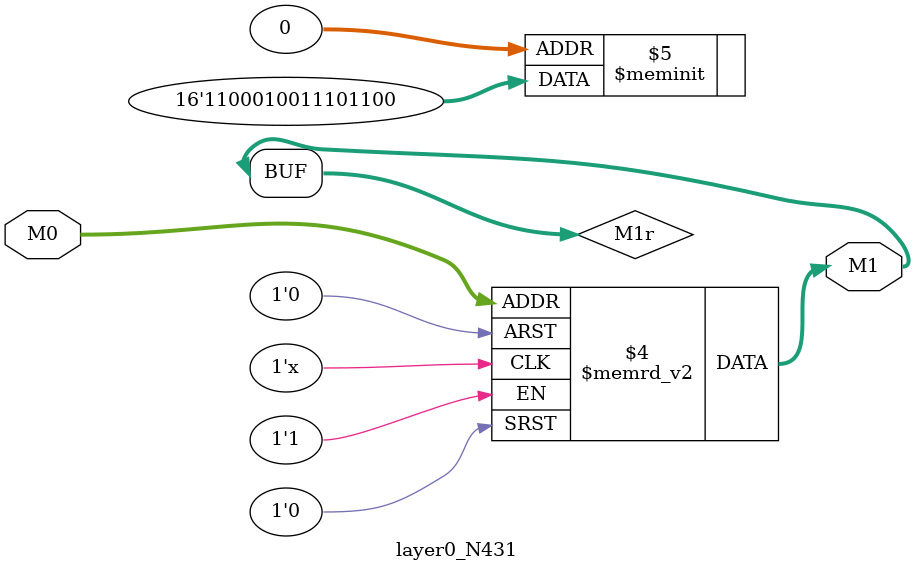
<source format=v>
module layer0_N431 ( input [2:0] M0, output [1:0] M1 );

	(*rom_style = "distributed" *) reg [1:0] M1r;
	assign M1 = M1r;
	always @ (M0) begin
		case (M0)
			3'b000: M1r = 2'b00;
			3'b100: M1r = 2'b00;
			3'b010: M1r = 2'b10;
			3'b110: M1r = 2'b00;
			3'b001: M1r = 2'b11;
			3'b101: M1r = 2'b01;
			3'b011: M1r = 2'b11;
			3'b111: M1r = 2'b11;

		endcase
	end
endmodule

</source>
